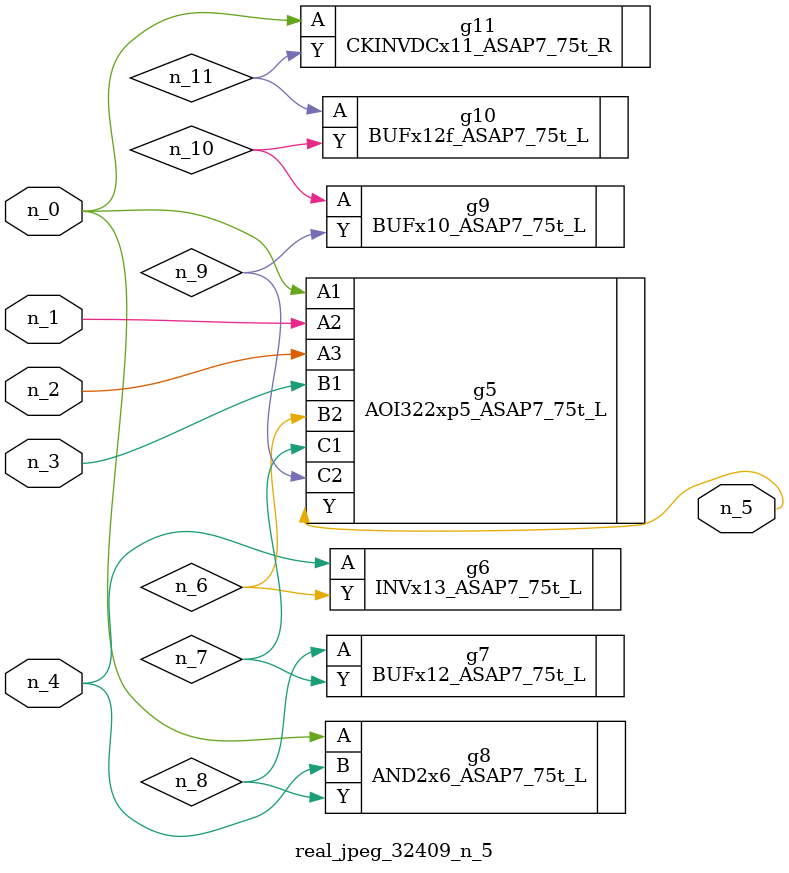
<source format=v>
module real_jpeg_32409_n_5 (n_4, n_0, n_1, n_2, n_3, n_5);

input n_4;
input n_0;
input n_1;
input n_2;
input n_3;

output n_5;

wire n_8;
wire n_11;
wire n_6;
wire n_7;
wire n_10;
wire n_9;

AOI322xp5_ASAP7_75t_L g5 ( 
.A1(n_0),
.A2(n_1),
.A3(n_2),
.B1(n_3),
.B2(n_6),
.C1(n_7),
.C2(n_9),
.Y(n_5)
);

AND2x6_ASAP7_75t_L g8 ( 
.A(n_0),
.B(n_4),
.Y(n_8)
);

CKINVDCx11_ASAP7_75t_R g11 ( 
.A(n_0),
.Y(n_11)
);

INVx13_ASAP7_75t_L g6 ( 
.A(n_4),
.Y(n_6)
);

BUFx12_ASAP7_75t_L g7 ( 
.A(n_8),
.Y(n_7)
);

BUFx10_ASAP7_75t_L g9 ( 
.A(n_10),
.Y(n_9)
);

BUFx12f_ASAP7_75t_L g10 ( 
.A(n_11),
.Y(n_10)
);


endmodule
</source>
